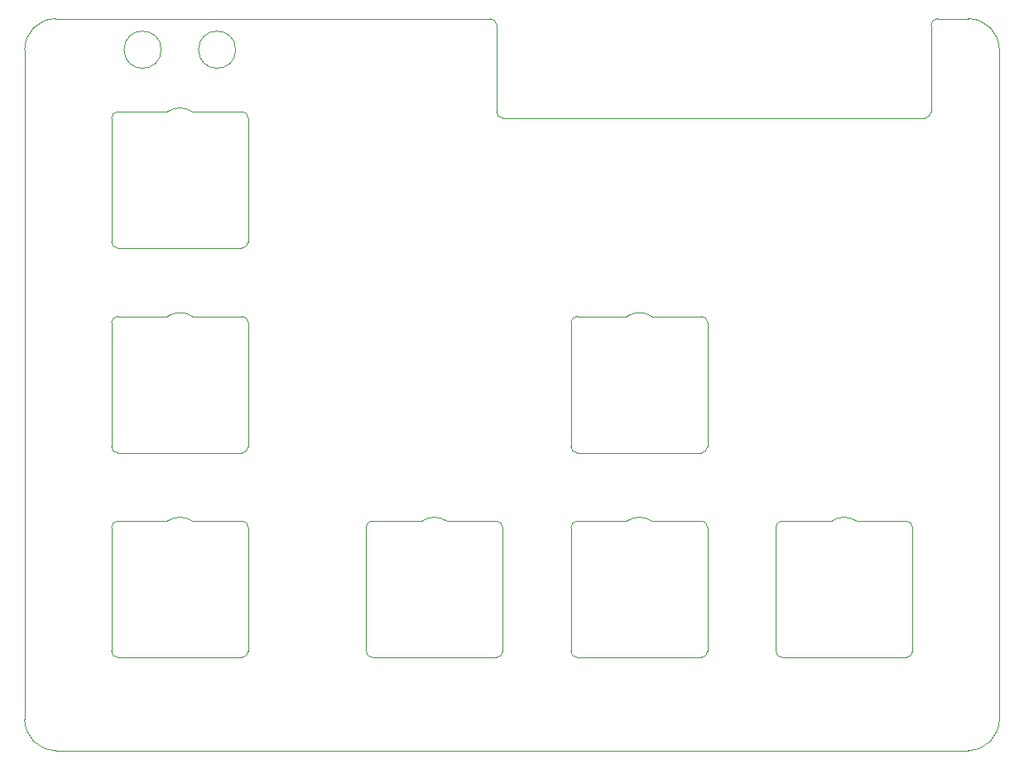
<source format=gm1>
G04 #@! TF.GenerationSoftware,KiCad,Pcbnew,(5.1.8)-1*
G04 #@! TF.CreationDate,2021-03-09T02:04:09+01:00*
G04 #@! TF.ProjectId,C64 Joykey Faceplate B1,43363420-4a6f-4796-9b65-792046616365,rev?*
G04 #@! TF.SameCoordinates,Original*
G04 #@! TF.FileFunction,Profile,NP*
%FSLAX46Y46*%
G04 Gerber Fmt 4.6, Leading zero omitted, Abs format (unit mm)*
G04 Created by KiCad (PCBNEW (5.1.8)-1) date 2021-03-09 02:04:09*
%MOMM*%
%LPD*%
G01*
G04 APERTURE LIST*
G04 #@! TA.AperFunction,Profile*
%ADD10C,0.050000*%
G04 #@! TD*
G04 APERTURE END LIST*
D10*
X202565001Y-113030003D02*
G75*
G02*
X205104998Y-113030002I1269999J-1904997D01*
G01*
X223520001Y-133985003D02*
G75*
G02*
X226059998Y-133985002I1269999J-1904997D01*
G01*
X202565001Y-133985003D02*
G75*
G02*
X205104998Y-133985002I1269999J-1904997D01*
G01*
X181610001Y-133985003D02*
G75*
G02*
X184149998Y-133985002I1269999J-1904997D01*
G01*
X155575001Y-133985003D02*
G75*
G02*
X158114998Y-133985002I1269999J-1904997D01*
G01*
X155575001Y-113030003D02*
G75*
G02*
X158114998Y-113030002I1269999J-1904997D01*
G01*
X155575001Y-92075003D02*
G75*
G02*
X158114998Y-92075002I1269999J-1904997D01*
G01*
X205105000Y-113030000D02*
X210185000Y-113030000D01*
X202565000Y-113030001D02*
X197485000Y-113030000D01*
X226060000Y-133985000D02*
X231140000Y-133985000D01*
X223520000Y-133985001D02*
X218440000Y-133985000D01*
X205105000Y-133985000D02*
X210185000Y-133985000D01*
X202565000Y-133985001D02*
X197485000Y-133985000D01*
X184150000Y-133985000D02*
X189230000Y-133985000D01*
X181610000Y-133985001D02*
X176530000Y-133985000D01*
X158115000Y-133985000D02*
X163195000Y-133985000D01*
X155575000Y-133985001D02*
X150495000Y-133985000D01*
X158115000Y-92075000D02*
X163195000Y-92075000D01*
X155575000Y-92075001D02*
X150495000Y-92075000D01*
X158115000Y-113030000D02*
X163195000Y-113030000D01*
X162555000Y-85725000D02*
G75*
G03*
X162555000Y-85725000I-1900000J0D01*
G01*
X197485000Y-127000000D02*
X210185000Y-127000000D01*
X196850000Y-113665000D02*
G75*
G02*
X197485000Y-113030000I635000J0D01*
G01*
X197485000Y-127000000D02*
G75*
G02*
X196850000Y-126365000I0J635000D01*
G01*
X210820000Y-126365000D02*
X210820000Y-113665000D01*
X196850000Y-113665000D02*
X196850000Y-126365000D01*
X210820000Y-126365000D02*
G75*
G02*
X210185000Y-127000000I-635000J0D01*
G01*
X210185000Y-113030000D02*
G75*
G02*
X210820000Y-113665000I0J-635000D01*
G01*
X231140000Y-133985000D02*
G75*
G02*
X231775000Y-134620000I0J-635000D01*
G01*
X217805000Y-134620000D02*
G75*
G02*
X218440000Y-133985000I635000J0D01*
G01*
X218440000Y-147955000D02*
G75*
G02*
X217805000Y-147320000I0J635000D01*
G01*
X231775000Y-147320000D02*
X231775000Y-134620000D01*
X218440000Y-147955000D02*
X231140000Y-147955000D01*
X217805000Y-134620000D02*
X217805000Y-147320000D01*
X231775000Y-147320000D02*
G75*
G02*
X231140000Y-147955000I-635000J0D01*
G01*
X210185000Y-133985000D02*
G75*
G02*
X210820000Y-134620000I0J-635000D01*
G01*
X196850000Y-134620000D02*
G75*
G02*
X197485000Y-133985000I635000J0D01*
G01*
X197485000Y-147955000D02*
G75*
G02*
X196850000Y-147320000I0J635000D01*
G01*
X210820000Y-147320000D02*
X210820000Y-134620000D01*
X197485000Y-147955000D02*
X210185000Y-147955000D01*
X196850000Y-134620000D02*
X196850000Y-147320000D01*
X210820000Y-147320000D02*
G75*
G02*
X210185000Y-147955000I-635000J0D01*
G01*
X189230000Y-133985000D02*
G75*
G02*
X189865000Y-134620000I0J-635000D01*
G01*
X175895000Y-134620000D02*
G75*
G02*
X176530000Y-133985000I635000J0D01*
G01*
X176530000Y-147955000D02*
G75*
G02*
X175895000Y-147320000I0J635000D01*
G01*
X189865000Y-147320000D02*
X189865000Y-134620000D01*
X176530000Y-147955000D02*
X189230000Y-147955000D01*
X175895000Y-134620000D02*
X175895000Y-147320000D01*
X189865000Y-147320000D02*
G75*
G02*
X189230000Y-147955000I-635000J0D01*
G01*
X163195000Y-133985000D02*
G75*
G02*
X163830000Y-134620000I0J-635000D01*
G01*
X149860000Y-134620000D02*
G75*
G02*
X150495000Y-133985000I635000J0D01*
G01*
X150495000Y-147955000D02*
G75*
G02*
X149860000Y-147320000I0J635000D01*
G01*
X163830000Y-147320000D02*
X163830000Y-134620000D01*
X150495000Y-147955000D02*
X163195000Y-147955000D01*
X149860000Y-134620000D02*
X149860000Y-147320000D01*
X163830000Y-147320000D02*
G75*
G02*
X163195000Y-147955000I-635000J0D01*
G01*
X163195000Y-113030000D02*
G75*
G02*
X163830000Y-113665000I0J-635000D01*
G01*
X149860000Y-113665000D02*
G75*
G02*
X150495000Y-113030000I635000J0D01*
G01*
X150495000Y-127000000D02*
G75*
G02*
X149860000Y-126365000I0J635000D01*
G01*
X163830000Y-126365000D02*
X163830000Y-113665000D01*
X150495000Y-127000000D02*
X163195000Y-127000000D01*
X149860000Y-113665000D02*
X149860000Y-126365000D01*
X155575000Y-113030001D02*
X150495000Y-113030000D01*
X163830000Y-126365000D02*
G75*
G02*
X163195000Y-127000000I-635000J0D01*
G01*
X163830000Y-105410000D02*
G75*
G02*
X163195000Y-106045000I-635000J0D01*
G01*
X150495000Y-106045000D02*
G75*
G02*
X149860000Y-105410000I0J635000D01*
G01*
X163195000Y-92075000D02*
G75*
G02*
X163830000Y-92710000I0J-635000D01*
G01*
X149860000Y-92710000D02*
G75*
G02*
X150495000Y-92075000I635000J0D01*
G01*
X154935000Y-85725000D02*
G75*
G03*
X154935000Y-85725000I-1900000J0D01*
G01*
X189865000Y-92710000D02*
G75*
G02*
X189230000Y-92075000I0J635000D01*
G01*
X189865000Y-92710000D02*
X233045000Y-92710000D01*
X189230000Y-92075000D02*
X189230000Y-83185000D01*
X234315000Y-82550000D02*
X237490000Y-82550000D01*
X233680000Y-92075000D02*
X233680000Y-83185000D01*
X233680000Y-83185000D02*
G75*
G02*
X234315000Y-82550000I635000J0D01*
G01*
X188595000Y-82550000D02*
G75*
G02*
X189230000Y-83185000I0J-635000D01*
G01*
X233680000Y-92075000D02*
G75*
G02*
X233045000Y-92710000I-635000J0D01*
G01*
X237490000Y-82550000D02*
G75*
G02*
X240665000Y-85725000I0J-3175000D01*
G01*
X140970000Y-85725000D02*
G75*
G02*
X144145000Y-82550000I3175000J0D01*
G01*
X149860000Y-92710000D02*
X149860000Y-105410000D01*
X163830000Y-105410000D02*
X163830000Y-92710000D01*
X150495000Y-106045000D02*
X163195000Y-106045000D01*
X240665000Y-154305000D02*
G75*
G02*
X237490000Y-157480000I-3175000J0D01*
G01*
X144145000Y-157480000D02*
G75*
G02*
X140970000Y-154305000I0J3175000D01*
G01*
X240665000Y-85725000D02*
X240665000Y-154305000D01*
X144145000Y-82550000D02*
X188595000Y-82550000D01*
X140970000Y-154305000D02*
X140970000Y-85725000D01*
X237490000Y-157480000D02*
X144145000Y-157480000D01*
M02*

</source>
